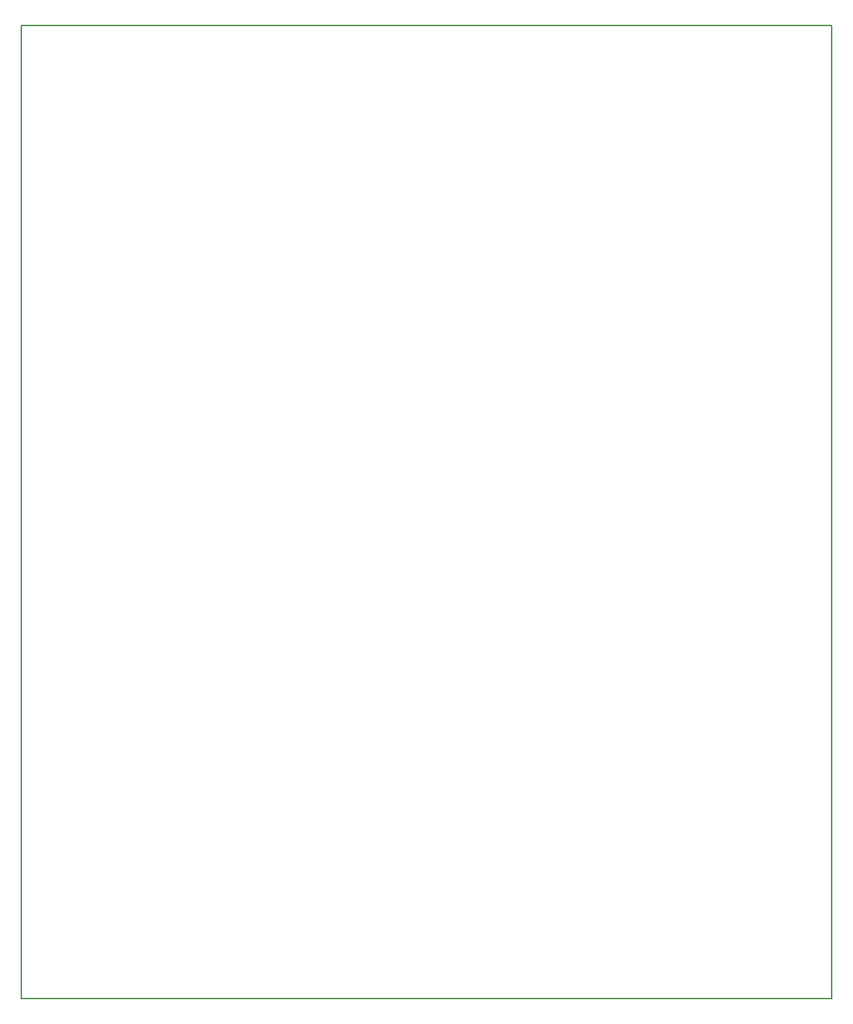
<source format=gm1>
G04 MADE WITH FRITZING*
G04 WWW.FRITZING.ORG*
G04 DOUBLE SIDED*
G04 HOLES PLATED*
G04 CONTOUR ON CENTER OF CONTOUR VECTOR*
%ASAXBY*%
%FSLAX23Y23*%
%MOIN*%
%OFA0B0*%
%SFA1.0B1.0*%
%ADD10R,3.937010X4.724420*%
%ADD11C,0.008000*%
%ADD10C,0.008*%
%LNCONTOUR*%
G90*
G70*
G54D10*
G54D11*
X4Y4720D02*
X3933Y4720D01*
X3933Y4D01*
X4Y4D01*
X4Y4720D01*
D02*
G04 End of contour*
M02*
</source>
